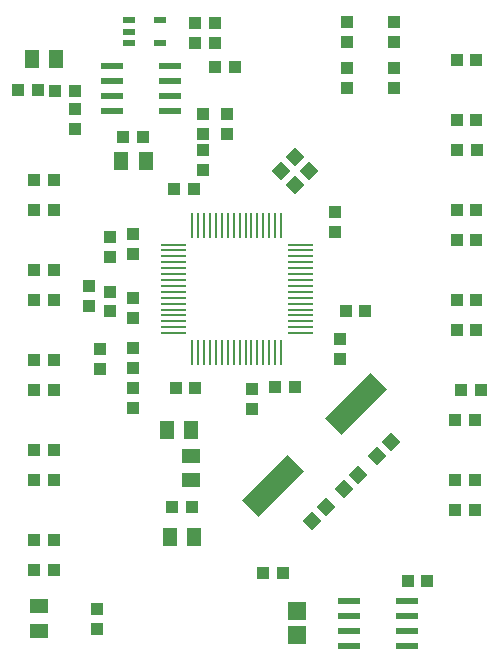
<source format=gbr>
%TF.GenerationSoftware,KiCad,Pcbnew,7.0.8*%
%TF.CreationDate,2024-01-04T13:35:50+01:00*%
%TF.ProjectId,OSSI_CM1,4f535349-5f43-44d3-912e-6b696361645f,rev?*%
%TF.SameCoordinates,Original*%
%TF.FileFunction,Paste,Top*%
%TF.FilePolarity,Positive*%
%FSLAX46Y46*%
G04 Gerber Fmt 4.6, Leading zero omitted, Abs format (unit mm)*
G04 Created by KiCad (PCBNEW 7.0.8) date 2024-01-04 13:35:50*
%MOMM*%
%LPD*%
G01*
G04 APERTURE LIST*
G04 Aperture macros list*
%AMRotRect*
0 Rectangle, with rotation*
0 The origin of the aperture is its center*
0 $1 length*
0 $2 width*
0 $3 Rotation angle, in degrees counterclockwise*
0 Add horizontal line*
21,1,$1,$2,0,0,$3*%
G04 Aperture macros list end*
%ADD10R,1.100000X1.100000*%
%ADD11RotRect,1.100000X1.100000X225.000000*%
%ADD12R,1.050000X0.600000*%
%ADD13RotRect,1.100000X1.100000X45.000000*%
%ADD14R,1.500000X1.250000*%
%ADD15R,1.500000X1.500000*%
%ADD16R,1.970000X0.600000*%
%ADD17R,1.250000X1.500000*%
%ADD18RotRect,5.500000X2.000000X45.000000*%
%ADD19O,1.500000X0.250000*%
%ADD20O,0.250000X1.500000*%
G04 APERTURE END LIST*
D10*
%TO.C,R140*%
X153550000Y-79804000D03*
X153550000Y-78127600D03*
%TD*%
%TO.C,H140*%
X153550000Y-75904000D03*
X153550000Y-74227600D03*
%TD*%
D11*
%TO.C,C102*%
X153292443Y-109761556D03*
X152107049Y-110946950D03*
%TD*%
D10*
%TO.C,R124*%
X124738200Y-120650000D03*
X123061800Y-120650000D03*
%TD*%
D12*
%TO.C,D101*%
X131038200Y-74104000D03*
X131038200Y-75054000D03*
X131038200Y-76004000D03*
X133738200Y-76004000D03*
X133738200Y-74104000D03*
%TD*%
D10*
%TO.C,R114*%
X160858200Y-105410000D03*
X159181800Y-105410000D03*
%TD*%
%TO.C,R131*%
X139350000Y-82015800D03*
X139350000Y-83692200D03*
%TD*%
%TO.C,R132*%
X126526400Y-80104000D03*
X124850000Y-80104000D03*
%TD*%
%TO.C,R115*%
X160488200Y-100330000D03*
X158811800Y-100330000D03*
%TD*%
%TO.C,R105*%
X123061800Y-102870000D03*
X124738200Y-102870000D03*
%TD*%
%TO.C,C115*%
X154673600Y-121529001D03*
X156350000Y-121529001D03*
%TD*%
%TO.C,R123*%
X124738200Y-118110000D03*
X123061800Y-118110000D03*
%TD*%
%TO.C,R116*%
X148939008Y-101065800D03*
X148939008Y-102742200D03*
%TD*%
D13*
%TO.C,R121*%
X145107303Y-87996697D03*
X146292697Y-86811303D03*
%TD*%
D10*
%TO.C,C106*%
X129500000Y-98742200D03*
X129500000Y-97065800D03*
%TD*%
D14*
%TO.C,L101*%
X136336800Y-110979000D03*
X136336800Y-113029000D03*
%TD*%
D10*
%TO.C,R127*%
X158711800Y-113030000D03*
X160388200Y-113030000D03*
%TD*%
%TO.C,R102*%
X123061800Y-95250000D03*
X124738200Y-95250000D03*
%TD*%
%TO.C,R104*%
X123061800Y-97790000D03*
X124738200Y-97790000D03*
%TD*%
%TO.C,R109*%
X123061800Y-90170000D03*
X124738200Y-90170000D03*
%TD*%
%TO.C,C112*%
X134861800Y-88404000D03*
X136538200Y-88404000D03*
%TD*%
%TO.C,R118*%
X158811800Y-92710000D03*
X160488200Y-92710000D03*
%TD*%
D15*
%TO.C,RESET0*%
X145300000Y-126100000D03*
X145300000Y-124100000D03*
%TD*%
D10*
%TO.C,R106*%
X123061800Y-105410000D03*
X124738200Y-105410000D03*
%TD*%
%TO.C,C116*%
X131450000Y-106892200D03*
X131450000Y-105215800D03*
%TD*%
%TO.C,C120*%
X134736800Y-115297400D03*
X136413200Y-115297400D03*
%TD*%
D16*
%TO.C,U104*%
X129613200Y-77999000D03*
X129613200Y-79269000D03*
X129613200Y-80539000D03*
X129613200Y-81809000D03*
X134563200Y-81809000D03*
X134563200Y-80539000D03*
X134563200Y-79269000D03*
X134563200Y-77999000D03*
%TD*%
D10*
%TO.C,R119*%
X158811800Y-90170000D03*
X160488200Y-90170000D03*
%TD*%
D17*
%TO.C,C124*%
X124925000Y-77404000D03*
X122875000Y-77404000D03*
%TD*%
D13*
%TO.C,R122*%
X143957303Y-86846697D03*
X145142697Y-85661303D03*
%TD*%
D10*
%TO.C,R134*%
X132226400Y-84004000D03*
X130550000Y-84004000D03*
%TD*%
%TO.C,C105*%
X127700000Y-98242200D03*
X127700000Y-96565800D03*
%TD*%
%TO.C,R133*%
X126526400Y-81615800D03*
X126526400Y-83292200D03*
%TD*%
%TO.C,R120*%
X158861800Y-85090000D03*
X160538200Y-85090000D03*
%TD*%
D16*
%TO.C,U103*%
X149675001Y-123224000D03*
X149675001Y-124494000D03*
X149675001Y-125764000D03*
X149675001Y-127034000D03*
X154625001Y-127034000D03*
X154625001Y-125764000D03*
X154625001Y-124494000D03*
X154625001Y-123224000D03*
%TD*%
D10*
%TO.C,R129*%
X138338200Y-76054000D03*
X136661800Y-76054000D03*
%TD*%
%TO.C,R107*%
X123061800Y-110490000D03*
X124738200Y-110490000D03*
%TD*%
%TO.C,H141*%
X149550000Y-75904000D03*
X149550000Y-74227600D03*
%TD*%
%TO.C,R135*%
X123388200Y-80010000D03*
X121711800Y-80010000D03*
%TD*%
%TO.C,C109*%
X128600000Y-103592200D03*
X128600000Y-101915800D03*
%TD*%
D13*
%TO.C,R110*%
X149278622Y-113775378D03*
X150464016Y-112589984D03*
%TD*%
D10*
%TO.C,R111*%
X141450000Y-107025400D03*
X141450000Y-105349000D03*
%TD*%
D14*
%TO.C,C114*%
X123424163Y-123706297D03*
X123424163Y-125756297D03*
%TD*%
D10*
%TO.C,R108*%
X123061800Y-113030000D03*
X124738200Y-113030000D03*
%TD*%
%TO.C,R126*%
X158811800Y-77470000D03*
X160488200Y-77470000D03*
%TD*%
%TO.C,C103*%
X129500000Y-92465800D03*
X129500000Y-94142200D03*
%TD*%
D18*
%TO.C,Y101*%
X143286882Y-113544577D03*
X150287240Y-106544219D03*
%TD*%
D10*
%TO.C,R141*%
X149550000Y-79804000D03*
X149550000Y-78127600D03*
%TD*%
%TO.C,C108*%
X145110303Y-105126540D03*
X143433903Y-105126540D03*
%TD*%
%TO.C,R128*%
X158711800Y-115570000D03*
X160388200Y-115570000D03*
%TD*%
%TO.C,C113*%
X131400000Y-93842200D03*
X131400000Y-92165800D03*
%TD*%
%TO.C,C110*%
X135019332Y-105197250D03*
X136695732Y-105197250D03*
%TD*%
%TO.C,C104*%
X137350000Y-85054000D03*
X137350000Y-86730400D03*
%TD*%
%TO.C,R125*%
X158811800Y-82550000D03*
X160488200Y-82550000D03*
%TD*%
%TO.C,R130*%
X136661800Y-74354000D03*
X138338200Y-74354000D03*
%TD*%
%TO.C,C107*%
X131400000Y-97615800D03*
X131400000Y-99292200D03*
%TD*%
D17*
%TO.C,C123*%
X132475000Y-86004000D03*
X130425000Y-86004000D03*
%TD*%
D19*
%TO.C,U102*%
X134441342Y-93080598D03*
X135191342Y-93080598D03*
X134441342Y-93580598D03*
X135191342Y-93580598D03*
X134441342Y-94080598D03*
X135191342Y-94080598D03*
X134441342Y-94580598D03*
X135191342Y-94580598D03*
X134441342Y-95080598D03*
X135191342Y-95080598D03*
X134441342Y-95580598D03*
X135191342Y-95580598D03*
X134441342Y-96080598D03*
X135191342Y-96080598D03*
X134441342Y-96580598D03*
X135191342Y-96580598D03*
X134441342Y-97080598D03*
X135191342Y-97080598D03*
X134441342Y-97580598D03*
X135191342Y-97580598D03*
X134441342Y-98080598D03*
X135191342Y-98080598D03*
X134441342Y-98580598D03*
X135191342Y-98580598D03*
X134441342Y-99080598D03*
X135191342Y-99080598D03*
X134441342Y-99580598D03*
X135191342Y-99580598D03*
X134441342Y-100080598D03*
X135191342Y-100080598D03*
X134441342Y-100580598D03*
X135191342Y-100580598D03*
D20*
X136441342Y-101830598D03*
X136441342Y-102580598D03*
X136941342Y-101830598D03*
X136941342Y-102580598D03*
X137441342Y-101830598D03*
X137441342Y-102580598D03*
X137941342Y-101830598D03*
X137941342Y-102580598D03*
X138441342Y-101830598D03*
X138441342Y-102580598D03*
X138941342Y-101830598D03*
X138941342Y-102580598D03*
X139441342Y-101830598D03*
X139441342Y-102580598D03*
X139941342Y-101830598D03*
X139941342Y-102580598D03*
X140441342Y-101830598D03*
X140441342Y-102580598D03*
X140941342Y-101830598D03*
X140941342Y-102580598D03*
X141441342Y-101830598D03*
X141441342Y-102580598D03*
X141941342Y-101830598D03*
X141941342Y-102580598D03*
X142441342Y-101830598D03*
X142441342Y-102580598D03*
X142941342Y-101830598D03*
X142941342Y-102580598D03*
X143441342Y-101830598D03*
X143441342Y-102580598D03*
X143941342Y-101830598D03*
X143941342Y-102580598D03*
D19*
X145191342Y-100580598D03*
X145941342Y-100580598D03*
X145191342Y-100080598D03*
X145941342Y-100080598D03*
X145191342Y-99580598D03*
X145941342Y-99580598D03*
X145191342Y-99080598D03*
X145941342Y-99080598D03*
X145191342Y-98580598D03*
X145941342Y-98580598D03*
X145191342Y-98080598D03*
X145941342Y-98080598D03*
X145191342Y-97580598D03*
X145941342Y-97580598D03*
X145191342Y-97080598D03*
X145941342Y-97080598D03*
X145191342Y-96580598D03*
X145941342Y-96580598D03*
X145191342Y-96080598D03*
X145941342Y-96080598D03*
X145191342Y-95580598D03*
X145941342Y-95580598D03*
X145191342Y-95080598D03*
X145941342Y-95080598D03*
X145191342Y-94580598D03*
X145941342Y-94580598D03*
X145191342Y-94080598D03*
X145941342Y-94080598D03*
X145191342Y-93580598D03*
X145941342Y-93580598D03*
X145191342Y-93080598D03*
X145941342Y-93080598D03*
D20*
X143941342Y-91080598D03*
X143941342Y-91830598D03*
X143441342Y-91080598D03*
X143441342Y-91830598D03*
X142941342Y-91080598D03*
X142941342Y-91830598D03*
X142441342Y-91080598D03*
X142441342Y-91830598D03*
X141941342Y-91080598D03*
X141941342Y-91830598D03*
X141441342Y-91080598D03*
X141441342Y-91830598D03*
X140941342Y-91080598D03*
X140941342Y-91830598D03*
X140441342Y-91080598D03*
X140441342Y-91830598D03*
X139941342Y-91080598D03*
X139941342Y-91830598D03*
X139441342Y-91080598D03*
X139441342Y-91830598D03*
X138941342Y-91080598D03*
X138941342Y-91830598D03*
X138441342Y-91080598D03*
X138441342Y-91830598D03*
X137941342Y-91080598D03*
X137941342Y-91830598D03*
X137441342Y-91080598D03*
X137441342Y-91830598D03*
X136941342Y-91080598D03*
X136941342Y-91830598D03*
X136441342Y-91080598D03*
X136441342Y-91830598D03*
%TD*%
D10*
%TO.C,C117*%
X131400000Y-103542200D03*
X131400000Y-101865800D03*
%TD*%
%TO.C,C119*%
X137350000Y-83692200D03*
X137350000Y-82015800D03*
%TD*%
D17*
%TO.C,C118*%
X134311800Y-108804000D03*
X136361800Y-108804000D03*
%TD*%
D10*
%TO.C,R103*%
X123061800Y-87630000D03*
X124738200Y-87630000D03*
%TD*%
%TO.C,R112*%
X151088200Y-98704000D03*
X149411800Y-98704000D03*
%TD*%
D13*
%TO.C,C101*%
X146564606Y-116489394D03*
X147750000Y-115304000D03*
%TD*%
D10*
%TO.C,C111*%
X148497561Y-90327600D03*
X148497561Y-92004000D03*
%TD*%
%TO.C,R101*%
X128370000Y-125652200D03*
X128370000Y-123975800D03*
%TD*%
%TO.C,R136*%
X142400000Y-120900000D03*
X144076400Y-120900000D03*
%TD*%
%TO.C,R117*%
X158811800Y-97790000D03*
X160488200Y-97790000D03*
%TD*%
%TO.C,C122*%
X140026400Y-78004000D03*
X138350000Y-78004000D03*
%TD*%
%TO.C,R113*%
X160388200Y-107950000D03*
X158711800Y-107950000D03*
%TD*%
D17*
%TO.C,C121*%
X134550000Y-117797400D03*
X136600000Y-117797400D03*
%TD*%
M02*

</source>
